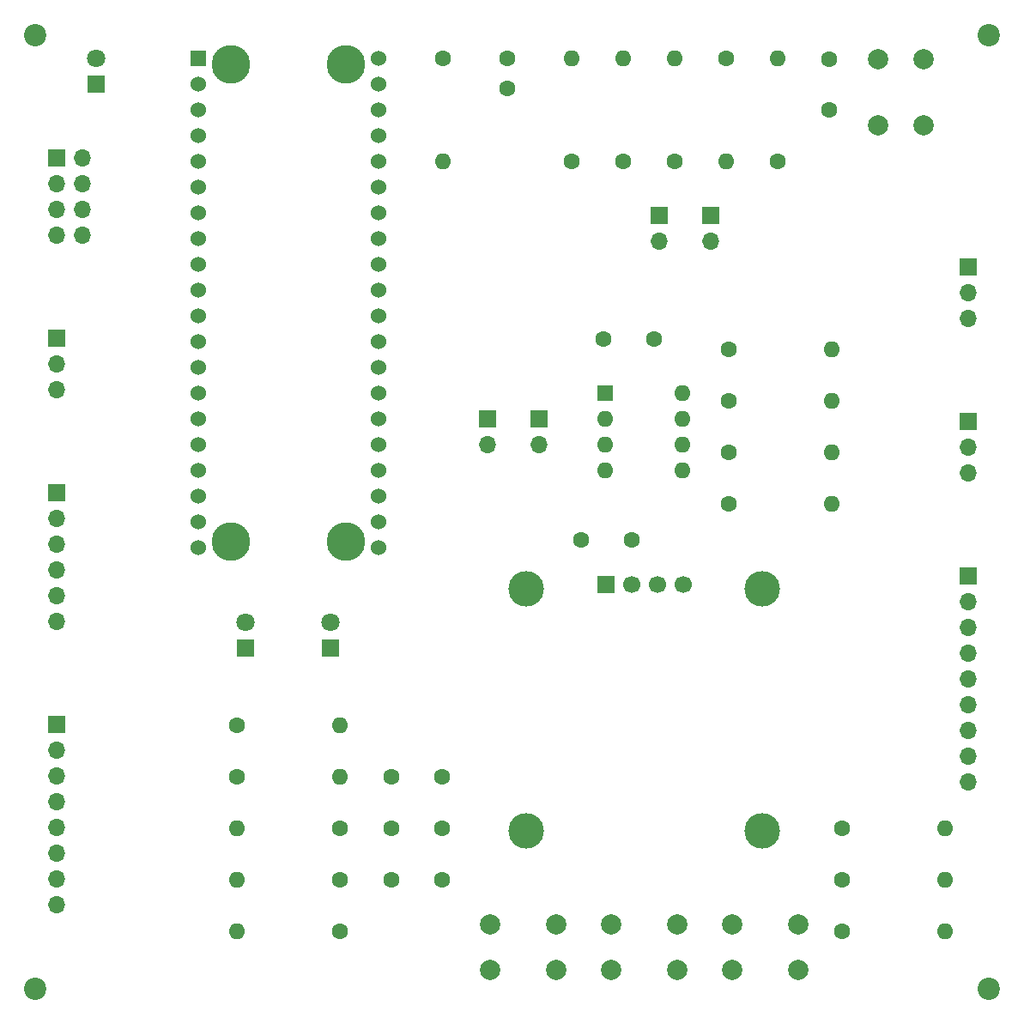
<source format=gbr>
%TF.GenerationSoftware,KiCad,Pcbnew,5.1.9-73d0e3b20d~88~ubuntu20.04.1*%
%TF.CreationDate,2021-03-02T10:16:35-05:00*%
%TF.ProjectId,kiwikit-rpi-pico,6b697769-6b69-4742-9d72-70692d706963,rev?*%
%TF.SameCoordinates,PX2faf080PY8f0d180*%
%TF.FileFunction,Soldermask,Bot*%
%TF.FilePolarity,Negative*%
%FSLAX46Y46*%
G04 Gerber Fmt 4.6, Leading zero omitted, Abs format (unit mm)*
G04 Created by KiCad (PCBNEW 5.1.9-73d0e3b20d~88~ubuntu20.04.1) date 2021-03-02 10:16:35*
%MOMM*%
%LPD*%
G01*
G04 APERTURE LIST*
%ADD10O,1.700000X1.700000*%
%ADD11R,1.700000X1.700000*%
%ADD12C,2.000000*%
%ADD13O,1.600000X1.600000*%
%ADD14C,1.600000*%
%ADD15C,1.800000*%
%ADD16R,1.800000X1.800000*%
%ADD17C,3.800000*%
%ADD18C,1.524000*%
%ADD19R,1.524000X1.524000*%
%ADD20C,2.200000*%
%ADD21R,1.600000X1.600000*%
%ADD22C,1.700000*%
%ADD23C,3.500000*%
G04 APERTURE END LIST*
D10*
%TO.C,J5*%
X94996000Y23368000D03*
X94996000Y25908000D03*
X94996000Y28448000D03*
X94996000Y30988000D03*
X94996000Y33528000D03*
X94996000Y36068000D03*
X94996000Y38608000D03*
X94996000Y41148000D03*
D11*
X94996000Y43688000D03*
%TD*%
D10*
%TO.C,J2*%
X5080000Y62103000D03*
X5080000Y64643000D03*
D11*
X5080000Y67183000D03*
%TD*%
D10*
%TO.C,J1*%
X7620000Y77343000D03*
X5080000Y77343000D03*
X7620000Y79883000D03*
X5080000Y79883000D03*
X7620000Y82423000D03*
X5080000Y82423000D03*
X7620000Y84963000D03*
D11*
X5080000Y84963000D03*
%TD*%
D12*
%TO.C,SW1*%
X59794000Y4826000D03*
X59794000Y9326000D03*
X66294000Y4826000D03*
X66294000Y9326000D03*
%TD*%
D13*
%TO.C,R5*%
X71120000Y84582000D03*
D14*
X71120000Y94742000D03*
%TD*%
D13*
%TO.C,R18*%
X22860000Y18796000D03*
D14*
X33020000Y18796000D03*
%TD*%
D13*
%TO.C,R17*%
X22860000Y13716000D03*
D14*
X33020000Y13716000D03*
%TD*%
D13*
%TO.C,R16*%
X22860000Y8636000D03*
D14*
X33020000Y8636000D03*
%TD*%
D13*
%TO.C,R15*%
X76200000Y94742000D03*
D14*
X76200000Y84582000D03*
%TD*%
D13*
%TO.C,R14*%
X81534000Y50800000D03*
D14*
X71374000Y50800000D03*
%TD*%
D13*
%TO.C,R13*%
X81534000Y55880000D03*
D14*
X71374000Y55880000D03*
%TD*%
D13*
%TO.C,R12*%
X81534000Y60960000D03*
D14*
X71374000Y60960000D03*
%TD*%
D13*
%TO.C,R11*%
X81534000Y66040000D03*
D14*
X71374000Y66040000D03*
%TD*%
D13*
%TO.C,R9*%
X55880000Y94742000D03*
D14*
X55880000Y84582000D03*
%TD*%
D13*
%TO.C,R8*%
X43180000Y84582000D03*
D14*
X43180000Y94742000D03*
%TD*%
D13*
%TO.C,R7*%
X33020000Y28956000D03*
D14*
X22860000Y28956000D03*
%TD*%
D13*
%TO.C,R6*%
X33020000Y23876000D03*
D14*
X22860000Y23876000D03*
%TD*%
D13*
%TO.C,R4*%
X66040000Y94742000D03*
D14*
X66040000Y84582000D03*
%TD*%
D13*
%TO.C,R3*%
X60960000Y94742000D03*
D14*
X60960000Y84582000D03*
%TD*%
D13*
%TO.C,R2*%
X92710000Y18796000D03*
D14*
X82550000Y18796000D03*
%TD*%
D13*
%TO.C,R1*%
X92710000Y13716000D03*
D14*
X82550000Y13716000D03*
%TD*%
D13*
%TO.C,R0*%
X92710000Y8636000D03*
D14*
X82550000Y8636000D03*
%TD*%
D15*
%TO.C,D2*%
X9017000Y94742000D03*
D16*
X9017000Y92202000D03*
%TD*%
D15*
%TO.C,D1*%
X23749000Y39116000D03*
D16*
X23749000Y36576000D03*
%TD*%
D15*
%TO.C,D0*%
X32131000Y39116000D03*
D16*
X32131000Y36576000D03*
%TD*%
D14*
%TO.C,C8*%
X59008000Y67056000D03*
X64008000Y67056000D03*
%TD*%
%TO.C,C6*%
X56785500Y47244000D03*
X61785500Y47244000D03*
%TD*%
%TO.C,C5*%
X81280000Y94662000D03*
X81280000Y89662000D03*
%TD*%
%TO.C,C2*%
X43100000Y23876000D03*
X38100000Y23876000D03*
%TD*%
%TO.C,C1*%
X43100000Y18796000D03*
X38100000Y18796000D03*
%TD*%
%TO.C,C0*%
X43100000Y13716000D03*
X38100000Y13716000D03*
%TD*%
D17*
%TO.C,U1*%
X33640000Y47112000D03*
X22240000Y47112000D03*
X33640000Y94112000D03*
X22240000Y94112000D03*
D18*
X36830000Y94742000D03*
X36830000Y92202000D03*
X36830000Y89662000D03*
X36830000Y87122000D03*
X36830000Y84582000D03*
X36830000Y82042000D03*
X36830000Y79502000D03*
X36830000Y76962000D03*
X36830000Y74422000D03*
X36830000Y71882000D03*
X36830000Y69342000D03*
X36830000Y66802000D03*
X36830000Y64262000D03*
X36830000Y61722000D03*
X36830000Y59182000D03*
X36830000Y56642000D03*
X36830000Y54102000D03*
X36830000Y51562000D03*
X36830000Y49022000D03*
X36830000Y46482000D03*
X19050000Y46482000D03*
X19050000Y49022000D03*
X19050000Y51562000D03*
X19050000Y54102000D03*
X19050000Y56642000D03*
X19050000Y59182000D03*
X19050000Y61722000D03*
X19050000Y64262000D03*
X19050000Y66802000D03*
X19050000Y69342000D03*
X19050000Y71882000D03*
X19050000Y74422000D03*
X19050000Y76962000D03*
X19050000Y79502000D03*
X19050000Y82042000D03*
X19050000Y84582000D03*
X19050000Y87122000D03*
X19050000Y89662000D03*
X19050000Y92202000D03*
D19*
X19050000Y94742000D03*
%TD*%
D12*
%TO.C,SW2*%
X47856000Y4826000D03*
X47856000Y9326000D03*
X54356000Y4826000D03*
X54356000Y9326000D03*
%TD*%
%TO.C,SW0*%
X71732000Y4826000D03*
X71732000Y9326000D03*
X78232000Y4826000D03*
X78232000Y9326000D03*
%TD*%
D20*
%TO.C,H4*%
X97000000Y3000000D03*
%TD*%
%TO.C,H3*%
X3000000Y3000000D03*
%TD*%
%TO.C,H2*%
X97000000Y97000000D03*
%TD*%
%TO.C,H1*%
X3000000Y97000000D03*
%TD*%
D10*
%TO.C,JP2*%
X69596000Y76708000D03*
D11*
X69596000Y79248000D03*
%TD*%
D10*
%TO.C,JP1*%
X64516000Y76708000D03*
D11*
X64516000Y79248000D03*
%TD*%
D10*
%TO.C,J6*%
X94996000Y53848000D03*
X94996000Y56388000D03*
D11*
X94996000Y58928000D03*
%TD*%
D10*
%TO.C,J7*%
X94996000Y69088000D03*
X94996000Y71628000D03*
D11*
X94996000Y74168000D03*
%TD*%
D10*
%TO.C,J4*%
X5080000Y11303000D03*
X5080000Y13843000D03*
X5080000Y16383000D03*
X5080000Y18923000D03*
X5080000Y21463000D03*
X5080000Y24003000D03*
X5080000Y26543000D03*
D11*
X5080000Y29083000D03*
%TD*%
D14*
%TO.C,R10*%
X49530000Y91742000D03*
X49530000Y94742000D03*
%TD*%
D10*
%TO.C,J3*%
X5080000Y39243000D03*
X5080000Y41783000D03*
X5080000Y44323000D03*
X5080000Y46863000D03*
X5080000Y49403000D03*
D11*
X5080000Y51943000D03*
%TD*%
D12*
%TO.C,SW5*%
X90606000Y88178500D03*
X86106000Y88178500D03*
X90606000Y94678500D03*
X86106000Y94678500D03*
%TD*%
D13*
%TO.C,U3*%
X66764000Y61722000D03*
X59144000Y54102000D03*
X66764000Y59182000D03*
X59144000Y56642000D03*
X66764000Y56642000D03*
X59144000Y59182000D03*
X66764000Y54102000D03*
D21*
X59144000Y61722000D03*
%TD*%
D10*
%TO.C,JP3*%
X47625000Y56642000D03*
D11*
X47625000Y59182000D03*
%TD*%
D10*
%TO.C,JP4*%
X52705000Y56642000D03*
D11*
X52705000Y59182000D03*
%TD*%
D22*
%TO.C,U2*%
X66865500Y42880000D03*
X64325500Y42880000D03*
X61785500Y42880000D03*
D11*
X59245500Y42880000D03*
D23*
X74705500Y18580000D03*
X51405500Y18580000D03*
X74705500Y42380000D03*
X51405500Y42380000D03*
%TD*%
M02*

</source>
